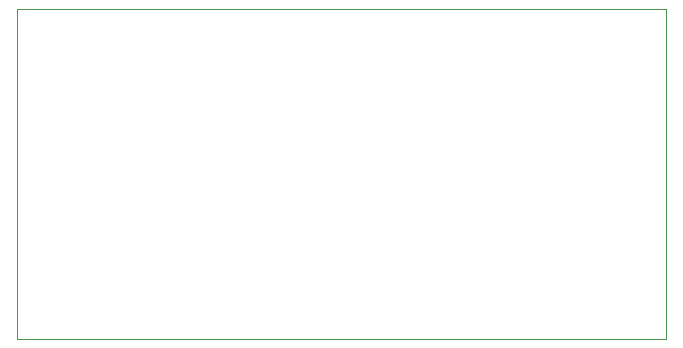
<source format=gbr>
%TF.GenerationSoftware,KiCad,Pcbnew,(5.1.8)-1*%
%TF.CreationDate,2021-02-21T21:45:09+03:00*%
%TF.ProjectId,uart_key,75617274-5f6b-4657-992e-6b696361645f,rev?*%
%TF.SameCoordinates,Original*%
%TF.FileFunction,Profile,NP*%
%FSLAX46Y46*%
G04 Gerber Fmt 4.6, Leading zero omitted, Abs format (unit mm)*
G04 Created by KiCad (PCBNEW (5.1.8)-1) date 2021-02-21 21:45:09*
%MOMM*%
%LPD*%
G01*
G04 APERTURE LIST*
%TA.AperFunction,Profile*%
%ADD10C,0.050000*%
%TD*%
G04 APERTURE END LIST*
D10*
X72000000Y-15500000D02*
X17000000Y-15500000D01*
X72000000Y-43500000D02*
X72000000Y-15500000D01*
X17000000Y-43500000D02*
X72000000Y-43500000D01*
X17000000Y-15500000D02*
X17000000Y-43500000D01*
M02*

</source>
